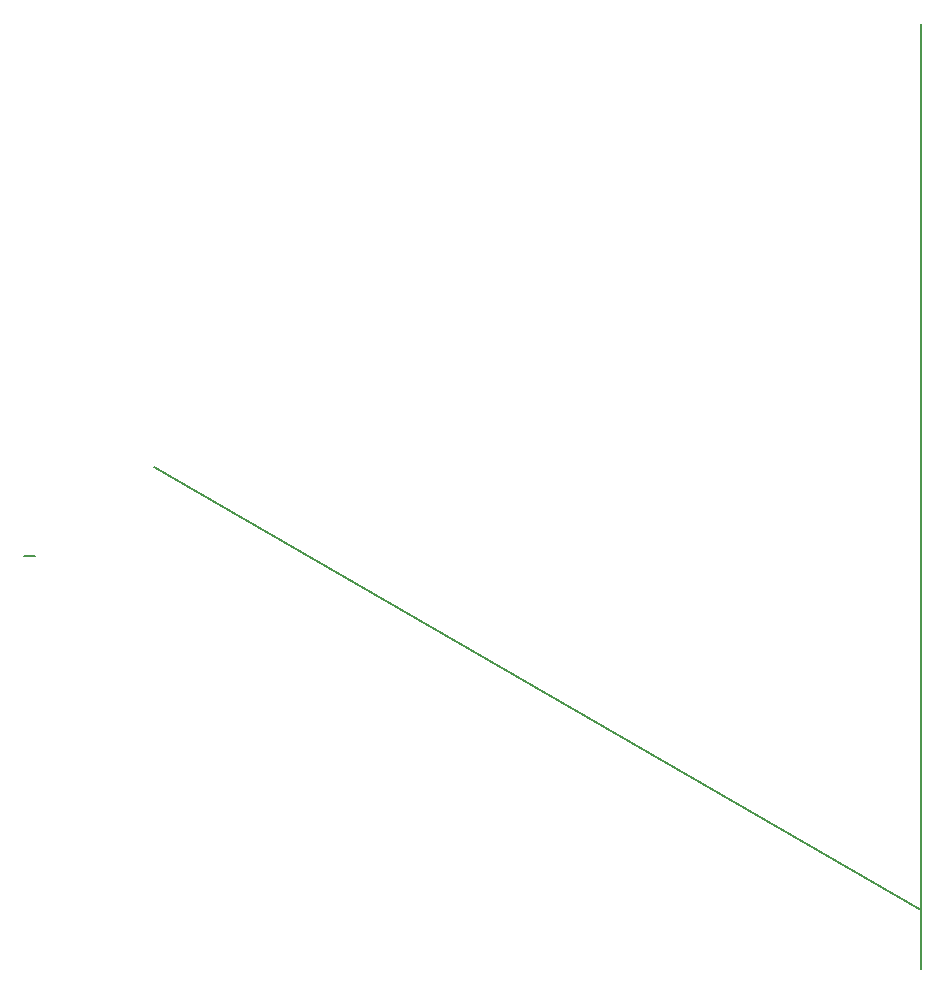
<source format=gbr>
G04 #@! TF.FileFunction,Other,ECO1*
%FSLAX46Y46*%
G04 Gerber Fmt 4.6, Leading zero omitted, Abs format (unit mm)*
G04 Created by KiCad (PCBNEW 4.0.7-e2-6376~58~ubuntu14.04.1) date Fri Feb 16 13:10:18 2018*
%MOMM*%
%LPD*%
G01*
G04 APERTURE LIST*
%ADD10C,0.100000*%
%ADD11C,0.200000*%
G04 APERTURE END LIST*
D10*
D11*
X110000000Y-140000000D02*
X45048094Y-102500000D01*
X35000000Y-110000000D02*
X34000000Y-110000000D01*
X110000000Y-145000000D02*
X110000000Y-144000000D01*
X110000000Y-143000000D02*
X110000000Y-145000000D01*
X110000000Y-130000000D02*
X110000000Y-143000000D01*
X110000000Y-130000000D02*
X110000000Y-65000000D01*
M02*

</source>
